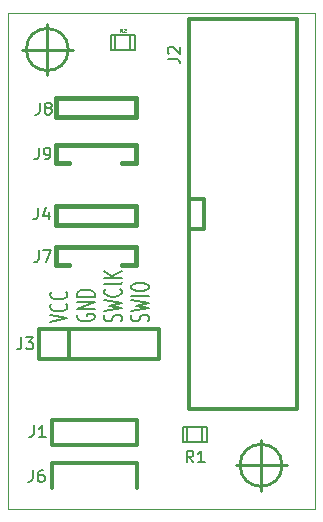
<source format=gto>
G04 (created by PCBNEW (2013-07-07 BZR 4022)-stable) date 03/02/2014 00:35:57*
%MOIN*%
G04 Gerber Fmt 3.4, Leading zero omitted, Abs format*
%FSLAX34Y34*%
G01*
G70*
G90*
G04 APERTURE LIST*
%ADD10C,0.00590551*%
%ADD11C,0.00393701*%
%ADD12C,0.00787402*%
%ADD13C,0.015*%
%ADD14C,0.012*%
%ADD15C,0.0118*%
%ADD16C,0.005*%
%ADD17C,0.01*%
%ADD18C,0.008*%
%ADD19C,0.0024*%
G04 APERTURE END LIST*
G54D10*
G54D11*
X10236Y-16535D02*
X10236Y-13779D01*
X0Y-16535D02*
X10236Y-16535D01*
X0Y-13779D02*
X0Y-16535D01*
G54D12*
X1380Y-10316D02*
X1971Y-10185D01*
X1380Y-10054D01*
X1915Y-9698D02*
X1943Y-9716D01*
X1971Y-9773D01*
X1971Y-9810D01*
X1943Y-9866D01*
X1886Y-9904D01*
X1830Y-9923D01*
X1718Y-9941D01*
X1633Y-9941D01*
X1521Y-9923D01*
X1465Y-9904D01*
X1408Y-9866D01*
X1380Y-9810D01*
X1380Y-9773D01*
X1408Y-9716D01*
X1437Y-9698D01*
X1915Y-9304D02*
X1943Y-9323D01*
X1971Y-9379D01*
X1971Y-9416D01*
X1943Y-9473D01*
X1886Y-9510D01*
X1830Y-9529D01*
X1718Y-9548D01*
X1633Y-9548D01*
X1521Y-9529D01*
X1465Y-9510D01*
X1408Y-9473D01*
X1380Y-9416D01*
X1380Y-9379D01*
X1408Y-9323D01*
X1437Y-9304D01*
X2314Y-10054D02*
X2286Y-10091D01*
X2286Y-10148D01*
X2314Y-10204D01*
X2370Y-10241D01*
X2426Y-10260D01*
X2539Y-10279D01*
X2623Y-10279D01*
X2736Y-10260D01*
X2792Y-10241D01*
X2848Y-10204D01*
X2876Y-10148D01*
X2876Y-10110D01*
X2848Y-10054D01*
X2820Y-10035D01*
X2623Y-10035D01*
X2623Y-10110D01*
X2876Y-9866D02*
X2286Y-9866D01*
X2876Y-9641D01*
X2286Y-9641D01*
X2876Y-9454D02*
X2286Y-9454D01*
X2286Y-9360D01*
X2314Y-9304D01*
X2370Y-9266D01*
X2426Y-9248D01*
X2539Y-9229D01*
X2623Y-9229D01*
X2736Y-9248D01*
X2792Y-9266D01*
X2848Y-9304D01*
X2876Y-9360D01*
X2876Y-9454D01*
X3754Y-10279D02*
X3782Y-10223D01*
X3782Y-10129D01*
X3754Y-10091D01*
X3726Y-10073D01*
X3669Y-10054D01*
X3613Y-10054D01*
X3557Y-10073D01*
X3529Y-10091D01*
X3501Y-10129D01*
X3473Y-10204D01*
X3444Y-10241D01*
X3416Y-10260D01*
X3360Y-10279D01*
X3304Y-10279D01*
X3248Y-10260D01*
X3219Y-10241D01*
X3191Y-10204D01*
X3191Y-10110D01*
X3219Y-10054D01*
X3191Y-9923D02*
X3782Y-9829D01*
X3360Y-9754D01*
X3782Y-9679D01*
X3191Y-9585D01*
X3726Y-9210D02*
X3754Y-9229D01*
X3782Y-9285D01*
X3782Y-9323D01*
X3754Y-9379D01*
X3697Y-9416D01*
X3641Y-9435D01*
X3529Y-9454D01*
X3444Y-9454D01*
X3332Y-9435D01*
X3276Y-9416D01*
X3219Y-9379D01*
X3191Y-9323D01*
X3191Y-9285D01*
X3219Y-9229D01*
X3248Y-9210D01*
X3782Y-8985D02*
X3754Y-9023D01*
X3697Y-9041D01*
X3191Y-9041D01*
X3782Y-8835D02*
X3191Y-8835D01*
X3782Y-8610D02*
X3444Y-8779D01*
X3191Y-8610D02*
X3529Y-8835D01*
X4659Y-10279D02*
X4687Y-10223D01*
X4687Y-10129D01*
X4659Y-10091D01*
X4631Y-10073D01*
X4575Y-10054D01*
X4519Y-10054D01*
X4462Y-10073D01*
X4434Y-10091D01*
X4406Y-10129D01*
X4378Y-10204D01*
X4350Y-10241D01*
X4322Y-10260D01*
X4266Y-10279D01*
X4209Y-10279D01*
X4153Y-10260D01*
X4125Y-10241D01*
X4097Y-10204D01*
X4097Y-10110D01*
X4125Y-10054D01*
X4097Y-9923D02*
X4687Y-9829D01*
X4266Y-9754D01*
X4687Y-9679D01*
X4097Y-9585D01*
X4687Y-9435D02*
X4097Y-9435D01*
X4097Y-9173D02*
X4097Y-9098D01*
X4125Y-9060D01*
X4181Y-9023D01*
X4294Y-9004D01*
X4491Y-9004D01*
X4603Y-9023D01*
X4659Y-9060D01*
X4687Y-9098D01*
X4687Y-9173D01*
X4659Y-9210D01*
X4603Y-9248D01*
X4491Y-9266D01*
X4294Y-9266D01*
X4181Y-9248D01*
X4125Y-9210D01*
X4097Y-9173D01*
G54D11*
X0Y0D02*
X10236Y0D01*
X0Y-13779D02*
X0Y0D01*
X10236Y0D02*
X10236Y-13779D01*
G54D13*
X2053Y-6442D02*
X1603Y-6442D01*
X2028Y-7067D02*
X1603Y-7067D01*
X3728Y-6442D02*
X4253Y-6442D01*
X3803Y-7067D02*
X4253Y-7067D01*
X3728Y-6442D02*
X2053Y-6442D01*
X1603Y-6442D02*
X1603Y-7067D01*
X2053Y-7067D02*
X3803Y-7067D01*
X4253Y-7067D02*
X4253Y-6442D01*
G54D14*
X6016Y-13187D02*
X6016Y-187D01*
X9616Y-187D02*
X9616Y-13187D01*
G54D15*
X9616Y-187D02*
X6016Y-187D01*
X9616Y-13187D02*
X6016Y-13187D01*
X6016Y-7187D02*
X6516Y-7187D01*
X6516Y-7187D02*
X6516Y-6187D01*
X6516Y-6187D02*
X6016Y-6187D01*
G54D16*
X6470Y-13805D02*
X6470Y-14305D01*
X5970Y-13805D02*
X5970Y-14295D01*
X5820Y-13805D02*
X6620Y-13805D01*
X6620Y-13805D02*
X6620Y-14305D01*
X6620Y-14305D02*
X5820Y-14305D01*
X5820Y-14305D02*
X5820Y-13805D01*
G54D14*
X2031Y-10523D02*
X2031Y-11523D01*
X5031Y-11523D02*
X1031Y-11523D01*
X1031Y-10523D02*
X5031Y-10523D01*
X1031Y-11523D02*
X1031Y-10523D01*
X5031Y-10523D02*
X5031Y-11523D01*
G54D13*
X2053Y-4392D02*
X1603Y-4392D01*
X2028Y-5017D02*
X1603Y-5017D01*
X3728Y-4392D02*
X4253Y-4392D01*
X3803Y-5017D02*
X4253Y-5017D01*
X3728Y-4392D02*
X2053Y-4392D01*
X1603Y-4392D02*
X1603Y-5017D01*
X4253Y-5017D02*
X4253Y-4392D01*
X2053Y-2842D02*
X1603Y-2842D01*
X2028Y-3467D02*
X1603Y-3467D01*
X3728Y-2842D02*
X4253Y-2842D01*
X3803Y-3467D02*
X4253Y-3467D01*
X3728Y-2842D02*
X2053Y-2842D01*
X1603Y-2842D02*
X1603Y-3467D01*
X2053Y-3467D02*
X3803Y-3467D01*
X4253Y-3467D02*
X4253Y-2842D01*
G54D14*
X1472Y-15016D02*
X4306Y-15016D01*
X1472Y-15016D02*
X1472Y-15850D01*
X4306Y-15016D02*
X4306Y-15850D01*
X1472Y-13559D02*
X4306Y-13559D01*
X1472Y-13559D02*
X1472Y-14393D01*
X1472Y-14393D02*
X4306Y-14393D01*
X4306Y-13559D02*
X4306Y-14393D01*
G54D13*
X2053Y-7792D02*
X1603Y-7792D01*
X2028Y-8417D02*
X1603Y-8417D01*
X3728Y-7792D02*
X4253Y-7792D01*
X3803Y-8417D02*
X4253Y-8417D01*
X3728Y-7792D02*
X2053Y-7792D01*
X1603Y-7792D02*
X1603Y-8417D01*
X4253Y-8417D02*
X4253Y-7792D01*
G54D17*
X8425Y-14228D02*
X8425Y-15928D01*
X7575Y-15078D02*
X9275Y-15078D01*
X9125Y-15078D02*
G75*
G03X9125Y-15078I-700J0D01*
G74*
G01*
X1299Y-370D02*
X1299Y-2070D01*
X449Y-1220D02*
X2149Y-1220D01*
X1999Y-1220D02*
G75*
G03X1999Y-1220I-700J0D01*
G74*
G01*
G54D16*
X4068Y-734D02*
X4068Y-1234D01*
X3568Y-734D02*
X3568Y-1224D01*
X3418Y-734D02*
X4218Y-734D01*
X4218Y-734D02*
X4218Y-1234D01*
X4218Y-1234D02*
X3418Y-1234D01*
X3418Y-1234D02*
X3418Y-734D01*
G54D12*
X985Y-6492D02*
X985Y-6773D01*
X966Y-6829D01*
X929Y-6866D01*
X872Y-6885D01*
X835Y-6885D01*
X1341Y-6623D02*
X1341Y-6885D01*
X1247Y-6473D02*
X1154Y-6754D01*
X1397Y-6754D01*
G54D18*
X5311Y-1533D02*
X5597Y-1533D01*
X5654Y-1552D01*
X5692Y-1590D01*
X5711Y-1647D01*
X5711Y-1685D01*
X5350Y-1361D02*
X5330Y-1342D01*
X5311Y-1304D01*
X5311Y-1209D01*
X5330Y-1171D01*
X5350Y-1152D01*
X5388Y-1133D01*
X5426Y-1133D01*
X5483Y-1152D01*
X5711Y-1380D01*
X5711Y-1133D01*
G54D12*
X6167Y-14980D02*
X6035Y-14793D01*
X5942Y-14980D02*
X5942Y-14586D01*
X6092Y-14586D01*
X6129Y-14605D01*
X6148Y-14624D01*
X6167Y-14661D01*
X6167Y-14718D01*
X6148Y-14755D01*
X6129Y-14774D01*
X6092Y-14793D01*
X5942Y-14793D01*
X6542Y-14980D02*
X6317Y-14980D01*
X6429Y-14980D02*
X6429Y-14586D01*
X6392Y-14643D01*
X6354Y-14680D01*
X6317Y-14699D01*
G54D18*
X435Y-10819D02*
X435Y-11105D01*
X416Y-11162D01*
X378Y-11200D01*
X321Y-11219D01*
X283Y-11219D01*
X588Y-10819D02*
X835Y-10819D01*
X702Y-10971D01*
X759Y-10971D01*
X797Y-10990D01*
X816Y-11009D01*
X835Y-11047D01*
X835Y-11143D01*
X816Y-11181D01*
X797Y-11200D01*
X759Y-11219D01*
X645Y-11219D01*
X607Y-11200D01*
X588Y-11181D01*
G54D10*
X1010Y-4490D02*
X1010Y-4771D01*
X991Y-4827D01*
X954Y-4865D01*
X898Y-4883D01*
X860Y-4883D01*
X1216Y-4883D02*
X1291Y-4883D01*
X1329Y-4865D01*
X1347Y-4846D01*
X1385Y-4790D01*
X1404Y-4715D01*
X1404Y-4565D01*
X1385Y-4527D01*
X1366Y-4508D01*
X1329Y-4490D01*
X1254Y-4490D01*
X1216Y-4508D01*
X1197Y-4527D01*
X1179Y-4565D01*
X1179Y-4658D01*
X1197Y-4696D01*
X1216Y-4715D01*
X1254Y-4733D01*
X1329Y-4733D01*
X1366Y-4715D01*
X1385Y-4696D01*
X1404Y-4658D01*
X1049Y-2994D02*
X1049Y-3275D01*
X1031Y-3331D01*
X993Y-3368D01*
X937Y-3387D01*
X899Y-3387D01*
X1293Y-3162D02*
X1256Y-3143D01*
X1237Y-3125D01*
X1218Y-3087D01*
X1218Y-3068D01*
X1237Y-3031D01*
X1256Y-3012D01*
X1293Y-2994D01*
X1368Y-2994D01*
X1406Y-3012D01*
X1424Y-3031D01*
X1443Y-3068D01*
X1443Y-3087D01*
X1424Y-3125D01*
X1406Y-3143D01*
X1368Y-3162D01*
X1293Y-3162D01*
X1256Y-3181D01*
X1237Y-3200D01*
X1218Y-3237D01*
X1218Y-3312D01*
X1237Y-3350D01*
X1256Y-3368D01*
X1293Y-3387D01*
X1368Y-3387D01*
X1406Y-3368D01*
X1424Y-3350D01*
X1443Y-3312D01*
X1443Y-3237D01*
X1424Y-3200D01*
X1406Y-3181D01*
X1368Y-3162D01*
X813Y-15238D02*
X813Y-15519D01*
X794Y-15575D01*
X757Y-15613D01*
X701Y-15631D01*
X663Y-15631D01*
X1169Y-15238D02*
X1094Y-15238D01*
X1057Y-15256D01*
X1038Y-15275D01*
X1001Y-15331D01*
X982Y-15406D01*
X982Y-15556D01*
X1001Y-15594D01*
X1019Y-15613D01*
X1057Y-15631D01*
X1132Y-15631D01*
X1169Y-15613D01*
X1188Y-15594D01*
X1207Y-15556D01*
X1207Y-15463D01*
X1188Y-15425D01*
X1169Y-15406D01*
X1132Y-15388D01*
X1057Y-15388D01*
X1019Y-15406D01*
X1001Y-15425D01*
X982Y-15463D01*
X853Y-13742D02*
X853Y-14023D01*
X834Y-14079D01*
X796Y-14116D01*
X740Y-14135D01*
X703Y-14135D01*
X1246Y-14135D02*
X1021Y-14135D01*
X1134Y-14135D02*
X1134Y-13742D01*
X1096Y-13798D01*
X1059Y-13835D01*
X1021Y-13854D01*
X1010Y-7915D02*
X1010Y-8196D01*
X991Y-8252D01*
X954Y-8290D01*
X898Y-8308D01*
X860Y-8308D01*
X1160Y-7915D02*
X1422Y-7915D01*
X1254Y-8308D01*
G54D14*
G54D19*
X3799Y-642D02*
X3759Y-585D01*
X3731Y-642D02*
X3731Y-524D01*
X3776Y-524D01*
X3787Y-529D01*
X3793Y-535D01*
X3799Y-546D01*
X3799Y-563D01*
X3793Y-574D01*
X3787Y-580D01*
X3776Y-585D01*
X3731Y-585D01*
X3844Y-535D02*
X3849Y-529D01*
X3861Y-524D01*
X3889Y-524D01*
X3900Y-529D01*
X3905Y-535D01*
X3911Y-546D01*
X3911Y-557D01*
X3905Y-574D01*
X3838Y-642D01*
X3911Y-642D01*
M02*

</source>
